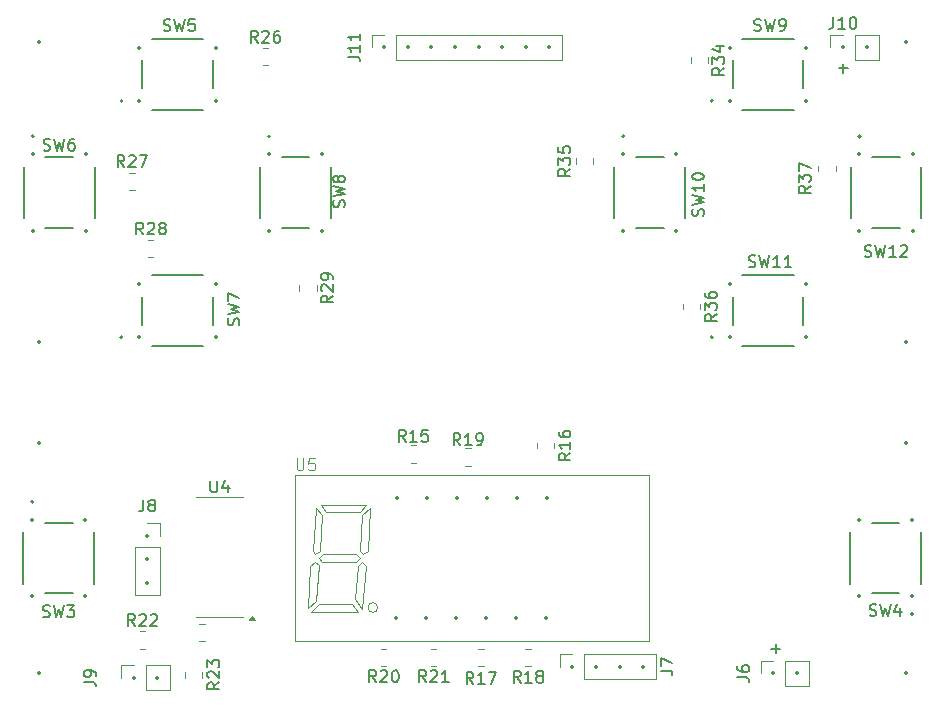
<source format=gto>
%TF.GenerationSoftware,KiCad,Pcbnew,8.0.4*%
%TF.CreationDate,2024-08-07T19:34:08-04:00*%
%TF.ProjectId,button_board,62757474-6f6e-45f6-926f-6172642e6b69,rev?*%
%TF.SameCoordinates,Original*%
%TF.FileFunction,Legend,Top*%
%TF.FilePolarity,Positive*%
%FSLAX46Y46*%
G04 Gerber Fmt 4.6, Leading zero omitted, Abs format (unit mm)*
G04 Created by KiCad (PCBNEW 8.0.4) date 2024-08-07 19:34:08*
%MOMM*%
%LPD*%
G01*
G04 APERTURE LIST*
%ADD10C,0.150000*%
%ADD11C,0.100000*%
%ADD12C,0.120000*%
%ADD13C,0.127000*%
%ADD14C,0.200000*%
%ADD15C,0.350000*%
G04 APERTURE END LIST*
D10*
X163042779Y-130197866D02*
X163804684Y-130197866D01*
X163423731Y-130578819D02*
X163423731Y-129816914D01*
X168742779Y-81047866D02*
X169504684Y-81047866D01*
X169123731Y-81428819D02*
X169123731Y-80666914D01*
X146010819Y-89551857D02*
X145534628Y-89885190D01*
X146010819Y-90123285D02*
X145010819Y-90123285D01*
X145010819Y-90123285D02*
X145010819Y-89742333D01*
X145010819Y-89742333D02*
X145058438Y-89647095D01*
X145058438Y-89647095D02*
X145106057Y-89599476D01*
X145106057Y-89599476D02*
X145201295Y-89551857D01*
X145201295Y-89551857D02*
X145344152Y-89551857D01*
X145344152Y-89551857D02*
X145439390Y-89599476D01*
X145439390Y-89599476D02*
X145487009Y-89647095D01*
X145487009Y-89647095D02*
X145534628Y-89742333D01*
X145534628Y-89742333D02*
X145534628Y-90123285D01*
X145010819Y-89218523D02*
X145010819Y-88599476D01*
X145010819Y-88599476D02*
X145391771Y-88932809D01*
X145391771Y-88932809D02*
X145391771Y-88789952D01*
X145391771Y-88789952D02*
X145439390Y-88694714D01*
X145439390Y-88694714D02*
X145487009Y-88647095D01*
X145487009Y-88647095D02*
X145582247Y-88599476D01*
X145582247Y-88599476D02*
X145820342Y-88599476D01*
X145820342Y-88599476D02*
X145915580Y-88647095D01*
X145915580Y-88647095D02*
X145963200Y-88694714D01*
X145963200Y-88694714D02*
X146010819Y-88789952D01*
X146010819Y-88789952D02*
X146010819Y-89075666D01*
X146010819Y-89075666D02*
X145963200Y-89170904D01*
X145963200Y-89170904D02*
X145915580Y-89218523D01*
X145010819Y-87694714D02*
X145010819Y-88170904D01*
X145010819Y-88170904D02*
X145487009Y-88218523D01*
X145487009Y-88218523D02*
X145439390Y-88170904D01*
X145439390Y-88170904D02*
X145391771Y-88075666D01*
X145391771Y-88075666D02*
X145391771Y-87837571D01*
X145391771Y-87837571D02*
X145439390Y-87742333D01*
X145439390Y-87742333D02*
X145487009Y-87694714D01*
X145487009Y-87694714D02*
X145582247Y-87647095D01*
X145582247Y-87647095D02*
X145820342Y-87647095D01*
X145820342Y-87647095D02*
X145915580Y-87694714D01*
X145915580Y-87694714D02*
X145963200Y-87742333D01*
X145963200Y-87742333D02*
X146010819Y-87837571D01*
X146010819Y-87837571D02*
X146010819Y-88075666D01*
X146010819Y-88075666D02*
X145963200Y-88170904D01*
X145963200Y-88170904D02*
X145915580Y-88218523D01*
X137813142Y-133163819D02*
X137479809Y-132687628D01*
X137241714Y-133163819D02*
X137241714Y-132163819D01*
X137241714Y-132163819D02*
X137622666Y-132163819D01*
X137622666Y-132163819D02*
X137717904Y-132211438D01*
X137717904Y-132211438D02*
X137765523Y-132259057D01*
X137765523Y-132259057D02*
X137813142Y-132354295D01*
X137813142Y-132354295D02*
X137813142Y-132497152D01*
X137813142Y-132497152D02*
X137765523Y-132592390D01*
X137765523Y-132592390D02*
X137717904Y-132640009D01*
X137717904Y-132640009D02*
X137622666Y-132687628D01*
X137622666Y-132687628D02*
X137241714Y-132687628D01*
X138765523Y-133163819D02*
X138194095Y-133163819D01*
X138479809Y-133163819D02*
X138479809Y-132163819D01*
X138479809Y-132163819D02*
X138384571Y-132306676D01*
X138384571Y-132306676D02*
X138289333Y-132401914D01*
X138289333Y-132401914D02*
X138194095Y-132449533D01*
X139098857Y-132163819D02*
X139765523Y-132163819D01*
X139765523Y-132163819D02*
X139336952Y-133163819D01*
X109157142Y-128263819D02*
X108823809Y-127787628D01*
X108585714Y-128263819D02*
X108585714Y-127263819D01*
X108585714Y-127263819D02*
X108966666Y-127263819D01*
X108966666Y-127263819D02*
X109061904Y-127311438D01*
X109061904Y-127311438D02*
X109109523Y-127359057D01*
X109109523Y-127359057D02*
X109157142Y-127454295D01*
X109157142Y-127454295D02*
X109157142Y-127597152D01*
X109157142Y-127597152D02*
X109109523Y-127692390D01*
X109109523Y-127692390D02*
X109061904Y-127740009D01*
X109061904Y-127740009D02*
X108966666Y-127787628D01*
X108966666Y-127787628D02*
X108585714Y-127787628D01*
X109538095Y-127359057D02*
X109585714Y-127311438D01*
X109585714Y-127311438D02*
X109680952Y-127263819D01*
X109680952Y-127263819D02*
X109919047Y-127263819D01*
X109919047Y-127263819D02*
X110014285Y-127311438D01*
X110014285Y-127311438D02*
X110061904Y-127359057D01*
X110061904Y-127359057D02*
X110109523Y-127454295D01*
X110109523Y-127454295D02*
X110109523Y-127549533D01*
X110109523Y-127549533D02*
X110061904Y-127692390D01*
X110061904Y-127692390D02*
X109490476Y-128263819D01*
X109490476Y-128263819D02*
X110109523Y-128263819D01*
X110490476Y-127359057D02*
X110538095Y-127311438D01*
X110538095Y-127311438D02*
X110633333Y-127263819D01*
X110633333Y-127263819D02*
X110871428Y-127263819D01*
X110871428Y-127263819D02*
X110966666Y-127311438D01*
X110966666Y-127311438D02*
X111014285Y-127359057D01*
X111014285Y-127359057D02*
X111061904Y-127454295D01*
X111061904Y-127454295D02*
X111061904Y-127549533D01*
X111061904Y-127549533D02*
X111014285Y-127692390D01*
X111014285Y-127692390D02*
X110442857Y-128263819D01*
X110442857Y-128263819D02*
X111061904Y-128263819D01*
X119563142Y-78863819D02*
X119229809Y-78387628D01*
X118991714Y-78863819D02*
X118991714Y-77863819D01*
X118991714Y-77863819D02*
X119372666Y-77863819D01*
X119372666Y-77863819D02*
X119467904Y-77911438D01*
X119467904Y-77911438D02*
X119515523Y-77959057D01*
X119515523Y-77959057D02*
X119563142Y-78054295D01*
X119563142Y-78054295D02*
X119563142Y-78197152D01*
X119563142Y-78197152D02*
X119515523Y-78292390D01*
X119515523Y-78292390D02*
X119467904Y-78340009D01*
X119467904Y-78340009D02*
X119372666Y-78387628D01*
X119372666Y-78387628D02*
X118991714Y-78387628D01*
X119944095Y-77959057D02*
X119991714Y-77911438D01*
X119991714Y-77911438D02*
X120086952Y-77863819D01*
X120086952Y-77863819D02*
X120325047Y-77863819D01*
X120325047Y-77863819D02*
X120420285Y-77911438D01*
X120420285Y-77911438D02*
X120467904Y-77959057D01*
X120467904Y-77959057D02*
X120515523Y-78054295D01*
X120515523Y-78054295D02*
X120515523Y-78149533D01*
X120515523Y-78149533D02*
X120467904Y-78292390D01*
X120467904Y-78292390D02*
X119896476Y-78863819D01*
X119896476Y-78863819D02*
X120515523Y-78863819D01*
X121372666Y-77863819D02*
X121182190Y-77863819D01*
X121182190Y-77863819D02*
X121086952Y-77911438D01*
X121086952Y-77911438D02*
X121039333Y-77959057D01*
X121039333Y-77959057D02*
X120944095Y-78101914D01*
X120944095Y-78101914D02*
X120896476Y-78292390D01*
X120896476Y-78292390D02*
X120896476Y-78673342D01*
X120896476Y-78673342D02*
X120944095Y-78768580D01*
X120944095Y-78768580D02*
X120991714Y-78816200D01*
X120991714Y-78816200D02*
X121086952Y-78863819D01*
X121086952Y-78863819D02*
X121277428Y-78863819D01*
X121277428Y-78863819D02*
X121372666Y-78816200D01*
X121372666Y-78816200D02*
X121420285Y-78768580D01*
X121420285Y-78768580D02*
X121467904Y-78673342D01*
X121467904Y-78673342D02*
X121467904Y-78435247D01*
X121467904Y-78435247D02*
X121420285Y-78340009D01*
X121420285Y-78340009D02*
X121372666Y-78292390D01*
X121372666Y-78292390D02*
X121277428Y-78244771D01*
X121277428Y-78244771D02*
X121086952Y-78244771D01*
X121086952Y-78244771D02*
X120991714Y-78292390D01*
X120991714Y-78292390D02*
X120944095Y-78340009D01*
X120944095Y-78340009D02*
X120896476Y-78435247D01*
X161597667Y-77838700D02*
X161740524Y-77886319D01*
X161740524Y-77886319D02*
X161978619Y-77886319D01*
X161978619Y-77886319D02*
X162073857Y-77838700D01*
X162073857Y-77838700D02*
X162121476Y-77791080D01*
X162121476Y-77791080D02*
X162169095Y-77695842D01*
X162169095Y-77695842D02*
X162169095Y-77600604D01*
X162169095Y-77600604D02*
X162121476Y-77505366D01*
X162121476Y-77505366D02*
X162073857Y-77457747D01*
X162073857Y-77457747D02*
X161978619Y-77410128D01*
X161978619Y-77410128D02*
X161788143Y-77362509D01*
X161788143Y-77362509D02*
X161692905Y-77314890D01*
X161692905Y-77314890D02*
X161645286Y-77267271D01*
X161645286Y-77267271D02*
X161597667Y-77172033D01*
X161597667Y-77172033D02*
X161597667Y-77076795D01*
X161597667Y-77076795D02*
X161645286Y-76981557D01*
X161645286Y-76981557D02*
X161692905Y-76933938D01*
X161692905Y-76933938D02*
X161788143Y-76886319D01*
X161788143Y-76886319D02*
X162026238Y-76886319D01*
X162026238Y-76886319D02*
X162169095Y-76933938D01*
X162502429Y-76886319D02*
X162740524Y-77886319D01*
X162740524Y-77886319D02*
X162931000Y-77172033D01*
X162931000Y-77172033D02*
X163121476Y-77886319D01*
X163121476Y-77886319D02*
X163359572Y-76886319D01*
X163788143Y-77886319D02*
X163978619Y-77886319D01*
X163978619Y-77886319D02*
X164073857Y-77838700D01*
X164073857Y-77838700D02*
X164121476Y-77791080D01*
X164121476Y-77791080D02*
X164216714Y-77648223D01*
X164216714Y-77648223D02*
X164264333Y-77457747D01*
X164264333Y-77457747D02*
X164264333Y-77076795D01*
X164264333Y-77076795D02*
X164216714Y-76981557D01*
X164216714Y-76981557D02*
X164169095Y-76933938D01*
X164169095Y-76933938D02*
X164073857Y-76886319D01*
X164073857Y-76886319D02*
X163883381Y-76886319D01*
X163883381Y-76886319D02*
X163788143Y-76933938D01*
X163788143Y-76933938D02*
X163740524Y-76981557D01*
X163740524Y-76981557D02*
X163692905Y-77076795D01*
X163692905Y-77076795D02*
X163692905Y-77314890D01*
X163692905Y-77314890D02*
X163740524Y-77410128D01*
X163740524Y-77410128D02*
X163788143Y-77457747D01*
X163788143Y-77457747D02*
X163883381Y-77505366D01*
X163883381Y-77505366D02*
X164073857Y-77505366D01*
X164073857Y-77505366D02*
X164169095Y-77457747D01*
X164169095Y-77457747D02*
X164216714Y-77410128D01*
X164216714Y-77410128D02*
X164264333Y-77314890D01*
X157290700Y-93543523D02*
X157338319Y-93400666D01*
X157338319Y-93400666D02*
X157338319Y-93162571D01*
X157338319Y-93162571D02*
X157290700Y-93067333D01*
X157290700Y-93067333D02*
X157243080Y-93019714D01*
X157243080Y-93019714D02*
X157147842Y-92972095D01*
X157147842Y-92972095D02*
X157052604Y-92972095D01*
X157052604Y-92972095D02*
X156957366Y-93019714D01*
X156957366Y-93019714D02*
X156909747Y-93067333D01*
X156909747Y-93067333D02*
X156862128Y-93162571D01*
X156862128Y-93162571D02*
X156814509Y-93353047D01*
X156814509Y-93353047D02*
X156766890Y-93448285D01*
X156766890Y-93448285D02*
X156719271Y-93495904D01*
X156719271Y-93495904D02*
X156624033Y-93543523D01*
X156624033Y-93543523D02*
X156528795Y-93543523D01*
X156528795Y-93543523D02*
X156433557Y-93495904D01*
X156433557Y-93495904D02*
X156385938Y-93448285D01*
X156385938Y-93448285D02*
X156338319Y-93353047D01*
X156338319Y-93353047D02*
X156338319Y-93114952D01*
X156338319Y-93114952D02*
X156385938Y-92972095D01*
X156338319Y-92638761D02*
X157338319Y-92400666D01*
X157338319Y-92400666D02*
X156624033Y-92210190D01*
X156624033Y-92210190D02*
X157338319Y-92019714D01*
X157338319Y-92019714D02*
X156338319Y-91781619D01*
X157338319Y-90876857D02*
X157338319Y-91448285D01*
X157338319Y-91162571D02*
X156338319Y-91162571D01*
X156338319Y-91162571D02*
X156481176Y-91257809D01*
X156481176Y-91257809D02*
X156576414Y-91353047D01*
X156576414Y-91353047D02*
X156624033Y-91448285D01*
X156338319Y-90257809D02*
X156338319Y-90162571D01*
X156338319Y-90162571D02*
X156385938Y-90067333D01*
X156385938Y-90067333D02*
X156433557Y-90019714D01*
X156433557Y-90019714D02*
X156528795Y-89972095D01*
X156528795Y-89972095D02*
X156719271Y-89924476D01*
X156719271Y-89924476D02*
X156957366Y-89924476D01*
X156957366Y-89924476D02*
X157147842Y-89972095D01*
X157147842Y-89972095D02*
X157243080Y-90019714D01*
X157243080Y-90019714D02*
X157290700Y-90067333D01*
X157290700Y-90067333D02*
X157338319Y-90162571D01*
X157338319Y-90162571D02*
X157338319Y-90257809D01*
X157338319Y-90257809D02*
X157290700Y-90353047D01*
X157290700Y-90353047D02*
X157243080Y-90400666D01*
X157243080Y-90400666D02*
X157147842Y-90448285D01*
X157147842Y-90448285D02*
X156957366Y-90495904D01*
X156957366Y-90495904D02*
X156719271Y-90495904D01*
X156719271Y-90495904D02*
X156528795Y-90448285D01*
X156528795Y-90448285D02*
X156433557Y-90400666D01*
X156433557Y-90400666D02*
X156385938Y-90353047D01*
X156385938Y-90353047D02*
X156338319Y-90257809D01*
X158410819Y-101851857D02*
X157934628Y-102185190D01*
X158410819Y-102423285D02*
X157410819Y-102423285D01*
X157410819Y-102423285D02*
X157410819Y-102042333D01*
X157410819Y-102042333D02*
X157458438Y-101947095D01*
X157458438Y-101947095D02*
X157506057Y-101899476D01*
X157506057Y-101899476D02*
X157601295Y-101851857D01*
X157601295Y-101851857D02*
X157744152Y-101851857D01*
X157744152Y-101851857D02*
X157839390Y-101899476D01*
X157839390Y-101899476D02*
X157887009Y-101947095D01*
X157887009Y-101947095D02*
X157934628Y-102042333D01*
X157934628Y-102042333D02*
X157934628Y-102423285D01*
X157410819Y-101518523D02*
X157410819Y-100899476D01*
X157410819Y-100899476D02*
X157791771Y-101232809D01*
X157791771Y-101232809D02*
X157791771Y-101089952D01*
X157791771Y-101089952D02*
X157839390Y-100994714D01*
X157839390Y-100994714D02*
X157887009Y-100947095D01*
X157887009Y-100947095D02*
X157982247Y-100899476D01*
X157982247Y-100899476D02*
X158220342Y-100899476D01*
X158220342Y-100899476D02*
X158315580Y-100947095D01*
X158315580Y-100947095D02*
X158363200Y-100994714D01*
X158363200Y-100994714D02*
X158410819Y-101089952D01*
X158410819Y-101089952D02*
X158410819Y-101375666D01*
X158410819Y-101375666D02*
X158363200Y-101470904D01*
X158363200Y-101470904D02*
X158315580Y-101518523D01*
X157410819Y-100042333D02*
X157410819Y-100232809D01*
X157410819Y-100232809D02*
X157458438Y-100328047D01*
X157458438Y-100328047D02*
X157506057Y-100375666D01*
X157506057Y-100375666D02*
X157648914Y-100470904D01*
X157648914Y-100470904D02*
X157839390Y-100518523D01*
X157839390Y-100518523D02*
X158220342Y-100518523D01*
X158220342Y-100518523D02*
X158315580Y-100470904D01*
X158315580Y-100470904D02*
X158363200Y-100423285D01*
X158363200Y-100423285D02*
X158410819Y-100328047D01*
X158410819Y-100328047D02*
X158410819Y-100137571D01*
X158410819Y-100137571D02*
X158363200Y-100042333D01*
X158363200Y-100042333D02*
X158315580Y-99994714D01*
X158315580Y-99994714D02*
X158220342Y-99947095D01*
X158220342Y-99947095D02*
X157982247Y-99947095D01*
X157982247Y-99947095D02*
X157887009Y-99994714D01*
X157887009Y-99994714D02*
X157839390Y-100042333D01*
X157839390Y-100042333D02*
X157791771Y-100137571D01*
X157791771Y-100137571D02*
X157791771Y-100328047D01*
X157791771Y-100328047D02*
X157839390Y-100423285D01*
X157839390Y-100423285D02*
X157887009Y-100470904D01*
X157887009Y-100470904D02*
X157982247Y-100518523D01*
X111597667Y-77838700D02*
X111740524Y-77886319D01*
X111740524Y-77886319D02*
X111978619Y-77886319D01*
X111978619Y-77886319D02*
X112073857Y-77838700D01*
X112073857Y-77838700D02*
X112121476Y-77791080D01*
X112121476Y-77791080D02*
X112169095Y-77695842D01*
X112169095Y-77695842D02*
X112169095Y-77600604D01*
X112169095Y-77600604D02*
X112121476Y-77505366D01*
X112121476Y-77505366D02*
X112073857Y-77457747D01*
X112073857Y-77457747D02*
X111978619Y-77410128D01*
X111978619Y-77410128D02*
X111788143Y-77362509D01*
X111788143Y-77362509D02*
X111692905Y-77314890D01*
X111692905Y-77314890D02*
X111645286Y-77267271D01*
X111645286Y-77267271D02*
X111597667Y-77172033D01*
X111597667Y-77172033D02*
X111597667Y-77076795D01*
X111597667Y-77076795D02*
X111645286Y-76981557D01*
X111645286Y-76981557D02*
X111692905Y-76933938D01*
X111692905Y-76933938D02*
X111788143Y-76886319D01*
X111788143Y-76886319D02*
X112026238Y-76886319D01*
X112026238Y-76886319D02*
X112169095Y-76933938D01*
X112502429Y-76886319D02*
X112740524Y-77886319D01*
X112740524Y-77886319D02*
X112931000Y-77172033D01*
X112931000Y-77172033D02*
X113121476Y-77886319D01*
X113121476Y-77886319D02*
X113359572Y-76886319D01*
X114216714Y-76886319D02*
X113740524Y-76886319D01*
X113740524Y-76886319D02*
X113692905Y-77362509D01*
X113692905Y-77362509D02*
X113740524Y-77314890D01*
X113740524Y-77314890D02*
X113835762Y-77267271D01*
X113835762Y-77267271D02*
X114073857Y-77267271D01*
X114073857Y-77267271D02*
X114169095Y-77314890D01*
X114169095Y-77314890D02*
X114216714Y-77362509D01*
X114216714Y-77362509D02*
X114264333Y-77457747D01*
X114264333Y-77457747D02*
X114264333Y-77695842D01*
X114264333Y-77695842D02*
X114216714Y-77791080D01*
X114216714Y-77791080D02*
X114169095Y-77838700D01*
X114169095Y-77838700D02*
X114073857Y-77886319D01*
X114073857Y-77886319D02*
X113835762Y-77886319D01*
X113835762Y-77886319D02*
X113740524Y-77838700D01*
X113740524Y-77838700D02*
X113692905Y-77791080D01*
X170946476Y-96966200D02*
X171089333Y-97013819D01*
X171089333Y-97013819D02*
X171327428Y-97013819D01*
X171327428Y-97013819D02*
X171422666Y-96966200D01*
X171422666Y-96966200D02*
X171470285Y-96918580D01*
X171470285Y-96918580D02*
X171517904Y-96823342D01*
X171517904Y-96823342D02*
X171517904Y-96728104D01*
X171517904Y-96728104D02*
X171470285Y-96632866D01*
X171470285Y-96632866D02*
X171422666Y-96585247D01*
X171422666Y-96585247D02*
X171327428Y-96537628D01*
X171327428Y-96537628D02*
X171136952Y-96490009D01*
X171136952Y-96490009D02*
X171041714Y-96442390D01*
X171041714Y-96442390D02*
X170994095Y-96394771D01*
X170994095Y-96394771D02*
X170946476Y-96299533D01*
X170946476Y-96299533D02*
X170946476Y-96204295D01*
X170946476Y-96204295D02*
X170994095Y-96109057D01*
X170994095Y-96109057D02*
X171041714Y-96061438D01*
X171041714Y-96061438D02*
X171136952Y-96013819D01*
X171136952Y-96013819D02*
X171375047Y-96013819D01*
X171375047Y-96013819D02*
X171517904Y-96061438D01*
X171851238Y-96013819D02*
X172089333Y-97013819D01*
X172089333Y-97013819D02*
X172279809Y-96299533D01*
X172279809Y-96299533D02*
X172470285Y-97013819D01*
X172470285Y-97013819D02*
X172708381Y-96013819D01*
X173613142Y-97013819D02*
X173041714Y-97013819D01*
X173327428Y-97013819D02*
X173327428Y-96013819D01*
X173327428Y-96013819D02*
X173232190Y-96156676D01*
X173232190Y-96156676D02*
X173136952Y-96251914D01*
X173136952Y-96251914D02*
X173041714Y-96299533D01*
X173994095Y-96109057D02*
X174041714Y-96061438D01*
X174041714Y-96061438D02*
X174136952Y-96013819D01*
X174136952Y-96013819D02*
X174375047Y-96013819D01*
X174375047Y-96013819D02*
X174470285Y-96061438D01*
X174470285Y-96061438D02*
X174517904Y-96109057D01*
X174517904Y-96109057D02*
X174565523Y-96204295D01*
X174565523Y-96204295D02*
X174565523Y-96299533D01*
X174565523Y-96299533D02*
X174517904Y-96442390D01*
X174517904Y-96442390D02*
X173946476Y-97013819D01*
X173946476Y-97013819D02*
X174565523Y-97013819D01*
X115559095Y-115954819D02*
X115559095Y-116764342D01*
X115559095Y-116764342D02*
X115606714Y-116859580D01*
X115606714Y-116859580D02*
X115654333Y-116907200D01*
X115654333Y-116907200D02*
X115749571Y-116954819D01*
X115749571Y-116954819D02*
X115940047Y-116954819D01*
X115940047Y-116954819D02*
X116035285Y-116907200D01*
X116035285Y-116907200D02*
X116082904Y-116859580D01*
X116082904Y-116859580D02*
X116130523Y-116764342D01*
X116130523Y-116764342D02*
X116130523Y-115954819D01*
X117035285Y-116288152D02*
X117035285Y-116954819D01*
X116797190Y-115907200D02*
X116559095Y-116621485D01*
X116559095Y-116621485D02*
X117178142Y-116621485D01*
D11*
X122844095Y-114066419D02*
X122844095Y-114875942D01*
X122844095Y-114875942D02*
X122891714Y-114971180D01*
X122891714Y-114971180D02*
X122939333Y-115018800D01*
X122939333Y-115018800D02*
X123034571Y-115066419D01*
X123034571Y-115066419D02*
X123225047Y-115066419D01*
X123225047Y-115066419D02*
X123320285Y-115018800D01*
X123320285Y-115018800D02*
X123367904Y-114971180D01*
X123367904Y-114971180D02*
X123415523Y-114875942D01*
X123415523Y-114875942D02*
X123415523Y-114066419D01*
X124367904Y-114066419D02*
X123891714Y-114066419D01*
X123891714Y-114066419D02*
X123844095Y-114542609D01*
X123844095Y-114542609D02*
X123891714Y-114494990D01*
X123891714Y-114494990D02*
X123986952Y-114447371D01*
X123986952Y-114447371D02*
X124225047Y-114447371D01*
X124225047Y-114447371D02*
X124320285Y-114494990D01*
X124320285Y-114494990D02*
X124367904Y-114542609D01*
X124367904Y-114542609D02*
X124415523Y-114637847D01*
X124415523Y-114637847D02*
X124415523Y-114875942D01*
X124415523Y-114875942D02*
X124367904Y-114971180D01*
X124367904Y-114971180D02*
X124320285Y-115018800D01*
X124320285Y-115018800D02*
X124225047Y-115066419D01*
X124225047Y-115066419D02*
X123986952Y-115066419D01*
X123986952Y-115066419D02*
X123891714Y-115018800D01*
X123891714Y-115018800D02*
X123844095Y-114971180D01*
D10*
X129578142Y-133013819D02*
X129244809Y-132537628D01*
X129006714Y-133013819D02*
X129006714Y-132013819D01*
X129006714Y-132013819D02*
X129387666Y-132013819D01*
X129387666Y-132013819D02*
X129482904Y-132061438D01*
X129482904Y-132061438D02*
X129530523Y-132109057D01*
X129530523Y-132109057D02*
X129578142Y-132204295D01*
X129578142Y-132204295D02*
X129578142Y-132347152D01*
X129578142Y-132347152D02*
X129530523Y-132442390D01*
X129530523Y-132442390D02*
X129482904Y-132490009D01*
X129482904Y-132490009D02*
X129387666Y-132537628D01*
X129387666Y-132537628D02*
X129006714Y-132537628D01*
X129959095Y-132109057D02*
X130006714Y-132061438D01*
X130006714Y-132061438D02*
X130101952Y-132013819D01*
X130101952Y-132013819D02*
X130340047Y-132013819D01*
X130340047Y-132013819D02*
X130435285Y-132061438D01*
X130435285Y-132061438D02*
X130482904Y-132109057D01*
X130482904Y-132109057D02*
X130530523Y-132204295D01*
X130530523Y-132204295D02*
X130530523Y-132299533D01*
X130530523Y-132299533D02*
X130482904Y-132442390D01*
X130482904Y-132442390D02*
X129911476Y-133013819D01*
X129911476Y-133013819D02*
X130530523Y-133013819D01*
X131149571Y-132013819D02*
X131244809Y-132013819D01*
X131244809Y-132013819D02*
X131340047Y-132061438D01*
X131340047Y-132061438D02*
X131387666Y-132109057D01*
X131387666Y-132109057D02*
X131435285Y-132204295D01*
X131435285Y-132204295D02*
X131482904Y-132394771D01*
X131482904Y-132394771D02*
X131482904Y-132632866D01*
X131482904Y-132632866D02*
X131435285Y-132823342D01*
X131435285Y-132823342D02*
X131387666Y-132918580D01*
X131387666Y-132918580D02*
X131340047Y-132966200D01*
X131340047Y-132966200D02*
X131244809Y-133013819D01*
X131244809Y-133013819D02*
X131149571Y-133013819D01*
X131149571Y-133013819D02*
X131054333Y-132966200D01*
X131054333Y-132966200D02*
X131006714Y-132918580D01*
X131006714Y-132918580D02*
X130959095Y-132823342D01*
X130959095Y-132823342D02*
X130911476Y-132632866D01*
X130911476Y-132632866D02*
X130911476Y-132394771D01*
X130911476Y-132394771D02*
X130959095Y-132204295D01*
X130959095Y-132204295D02*
X131006714Y-132109057D01*
X131006714Y-132109057D02*
X131054333Y-132061438D01*
X131054333Y-132061438D02*
X131149571Y-132013819D01*
X101372667Y-127466200D02*
X101515524Y-127513819D01*
X101515524Y-127513819D02*
X101753619Y-127513819D01*
X101753619Y-127513819D02*
X101848857Y-127466200D01*
X101848857Y-127466200D02*
X101896476Y-127418580D01*
X101896476Y-127418580D02*
X101944095Y-127323342D01*
X101944095Y-127323342D02*
X101944095Y-127228104D01*
X101944095Y-127228104D02*
X101896476Y-127132866D01*
X101896476Y-127132866D02*
X101848857Y-127085247D01*
X101848857Y-127085247D02*
X101753619Y-127037628D01*
X101753619Y-127037628D02*
X101563143Y-126990009D01*
X101563143Y-126990009D02*
X101467905Y-126942390D01*
X101467905Y-126942390D02*
X101420286Y-126894771D01*
X101420286Y-126894771D02*
X101372667Y-126799533D01*
X101372667Y-126799533D02*
X101372667Y-126704295D01*
X101372667Y-126704295D02*
X101420286Y-126609057D01*
X101420286Y-126609057D02*
X101467905Y-126561438D01*
X101467905Y-126561438D02*
X101563143Y-126513819D01*
X101563143Y-126513819D02*
X101801238Y-126513819D01*
X101801238Y-126513819D02*
X101944095Y-126561438D01*
X102277429Y-126513819D02*
X102515524Y-127513819D01*
X102515524Y-127513819D02*
X102706000Y-126799533D01*
X102706000Y-126799533D02*
X102896476Y-127513819D01*
X102896476Y-127513819D02*
X103134572Y-126513819D01*
X103420286Y-126513819D02*
X104039333Y-126513819D01*
X104039333Y-126513819D02*
X103706000Y-126894771D01*
X103706000Y-126894771D02*
X103848857Y-126894771D01*
X103848857Y-126894771D02*
X103944095Y-126942390D01*
X103944095Y-126942390D02*
X103991714Y-126990009D01*
X103991714Y-126990009D02*
X104039333Y-127085247D01*
X104039333Y-127085247D02*
X104039333Y-127323342D01*
X104039333Y-127323342D02*
X103991714Y-127418580D01*
X103991714Y-127418580D02*
X103944095Y-127466200D01*
X103944095Y-127466200D02*
X103848857Y-127513819D01*
X103848857Y-127513819D02*
X103563143Y-127513819D01*
X103563143Y-127513819D02*
X103467905Y-127466200D01*
X103467905Y-127466200D02*
X103420286Y-127418580D01*
X171372667Y-127366200D02*
X171515524Y-127413819D01*
X171515524Y-127413819D02*
X171753619Y-127413819D01*
X171753619Y-127413819D02*
X171848857Y-127366200D01*
X171848857Y-127366200D02*
X171896476Y-127318580D01*
X171896476Y-127318580D02*
X171944095Y-127223342D01*
X171944095Y-127223342D02*
X171944095Y-127128104D01*
X171944095Y-127128104D02*
X171896476Y-127032866D01*
X171896476Y-127032866D02*
X171848857Y-126985247D01*
X171848857Y-126985247D02*
X171753619Y-126937628D01*
X171753619Y-126937628D02*
X171563143Y-126890009D01*
X171563143Y-126890009D02*
X171467905Y-126842390D01*
X171467905Y-126842390D02*
X171420286Y-126794771D01*
X171420286Y-126794771D02*
X171372667Y-126699533D01*
X171372667Y-126699533D02*
X171372667Y-126604295D01*
X171372667Y-126604295D02*
X171420286Y-126509057D01*
X171420286Y-126509057D02*
X171467905Y-126461438D01*
X171467905Y-126461438D02*
X171563143Y-126413819D01*
X171563143Y-126413819D02*
X171801238Y-126413819D01*
X171801238Y-126413819D02*
X171944095Y-126461438D01*
X172277429Y-126413819D02*
X172515524Y-127413819D01*
X172515524Y-127413819D02*
X172706000Y-126699533D01*
X172706000Y-126699533D02*
X172896476Y-127413819D01*
X172896476Y-127413819D02*
X173134572Y-126413819D01*
X173944095Y-126747152D02*
X173944095Y-127413819D01*
X173706000Y-126366200D02*
X173467905Y-127080485D01*
X173467905Y-127080485D02*
X174086952Y-127080485D01*
X166360819Y-91001857D02*
X165884628Y-91335190D01*
X166360819Y-91573285D02*
X165360819Y-91573285D01*
X165360819Y-91573285D02*
X165360819Y-91192333D01*
X165360819Y-91192333D02*
X165408438Y-91097095D01*
X165408438Y-91097095D02*
X165456057Y-91049476D01*
X165456057Y-91049476D02*
X165551295Y-91001857D01*
X165551295Y-91001857D02*
X165694152Y-91001857D01*
X165694152Y-91001857D02*
X165789390Y-91049476D01*
X165789390Y-91049476D02*
X165837009Y-91097095D01*
X165837009Y-91097095D02*
X165884628Y-91192333D01*
X165884628Y-91192333D02*
X165884628Y-91573285D01*
X165360819Y-90668523D02*
X165360819Y-90049476D01*
X165360819Y-90049476D02*
X165741771Y-90382809D01*
X165741771Y-90382809D02*
X165741771Y-90239952D01*
X165741771Y-90239952D02*
X165789390Y-90144714D01*
X165789390Y-90144714D02*
X165837009Y-90097095D01*
X165837009Y-90097095D02*
X165932247Y-90049476D01*
X165932247Y-90049476D02*
X166170342Y-90049476D01*
X166170342Y-90049476D02*
X166265580Y-90097095D01*
X166265580Y-90097095D02*
X166313200Y-90144714D01*
X166313200Y-90144714D02*
X166360819Y-90239952D01*
X166360819Y-90239952D02*
X166360819Y-90525666D01*
X166360819Y-90525666D02*
X166313200Y-90620904D01*
X166313200Y-90620904D02*
X166265580Y-90668523D01*
X165360819Y-89716142D02*
X165360819Y-89049476D01*
X165360819Y-89049476D02*
X166360819Y-89478047D01*
X108263142Y-89413819D02*
X107929809Y-88937628D01*
X107691714Y-89413819D02*
X107691714Y-88413819D01*
X107691714Y-88413819D02*
X108072666Y-88413819D01*
X108072666Y-88413819D02*
X108167904Y-88461438D01*
X108167904Y-88461438D02*
X108215523Y-88509057D01*
X108215523Y-88509057D02*
X108263142Y-88604295D01*
X108263142Y-88604295D02*
X108263142Y-88747152D01*
X108263142Y-88747152D02*
X108215523Y-88842390D01*
X108215523Y-88842390D02*
X108167904Y-88890009D01*
X108167904Y-88890009D02*
X108072666Y-88937628D01*
X108072666Y-88937628D02*
X107691714Y-88937628D01*
X108644095Y-88509057D02*
X108691714Y-88461438D01*
X108691714Y-88461438D02*
X108786952Y-88413819D01*
X108786952Y-88413819D02*
X109025047Y-88413819D01*
X109025047Y-88413819D02*
X109120285Y-88461438D01*
X109120285Y-88461438D02*
X109167904Y-88509057D01*
X109167904Y-88509057D02*
X109215523Y-88604295D01*
X109215523Y-88604295D02*
X109215523Y-88699533D01*
X109215523Y-88699533D02*
X109167904Y-88842390D01*
X109167904Y-88842390D02*
X108596476Y-89413819D01*
X108596476Y-89413819D02*
X109215523Y-89413819D01*
X109548857Y-88413819D02*
X110215523Y-88413819D01*
X110215523Y-88413819D02*
X109786952Y-89413819D01*
X141813142Y-133063819D02*
X141479809Y-132587628D01*
X141241714Y-133063819D02*
X141241714Y-132063819D01*
X141241714Y-132063819D02*
X141622666Y-132063819D01*
X141622666Y-132063819D02*
X141717904Y-132111438D01*
X141717904Y-132111438D02*
X141765523Y-132159057D01*
X141765523Y-132159057D02*
X141813142Y-132254295D01*
X141813142Y-132254295D02*
X141813142Y-132397152D01*
X141813142Y-132397152D02*
X141765523Y-132492390D01*
X141765523Y-132492390D02*
X141717904Y-132540009D01*
X141717904Y-132540009D02*
X141622666Y-132587628D01*
X141622666Y-132587628D02*
X141241714Y-132587628D01*
X142765523Y-133063819D02*
X142194095Y-133063819D01*
X142479809Y-133063819D02*
X142479809Y-132063819D01*
X142479809Y-132063819D02*
X142384571Y-132206676D01*
X142384571Y-132206676D02*
X142289333Y-132301914D01*
X142289333Y-132301914D02*
X142194095Y-132349533D01*
X143336952Y-132492390D02*
X143241714Y-132444771D01*
X143241714Y-132444771D02*
X143194095Y-132397152D01*
X143194095Y-132397152D02*
X143146476Y-132301914D01*
X143146476Y-132301914D02*
X143146476Y-132254295D01*
X143146476Y-132254295D02*
X143194095Y-132159057D01*
X143194095Y-132159057D02*
X143241714Y-132111438D01*
X143241714Y-132111438D02*
X143336952Y-132063819D01*
X143336952Y-132063819D02*
X143527428Y-132063819D01*
X143527428Y-132063819D02*
X143622666Y-132111438D01*
X143622666Y-132111438D02*
X143670285Y-132159057D01*
X143670285Y-132159057D02*
X143717904Y-132254295D01*
X143717904Y-132254295D02*
X143717904Y-132301914D01*
X143717904Y-132301914D02*
X143670285Y-132397152D01*
X143670285Y-132397152D02*
X143622666Y-132444771D01*
X143622666Y-132444771D02*
X143527428Y-132492390D01*
X143527428Y-132492390D02*
X143336952Y-132492390D01*
X143336952Y-132492390D02*
X143241714Y-132540009D01*
X143241714Y-132540009D02*
X143194095Y-132587628D01*
X143194095Y-132587628D02*
X143146476Y-132682866D01*
X143146476Y-132682866D02*
X143146476Y-132873342D01*
X143146476Y-132873342D02*
X143194095Y-132968580D01*
X143194095Y-132968580D02*
X143241714Y-133016200D01*
X143241714Y-133016200D02*
X143336952Y-133063819D01*
X143336952Y-133063819D02*
X143527428Y-133063819D01*
X143527428Y-133063819D02*
X143622666Y-133016200D01*
X143622666Y-133016200D02*
X143670285Y-132968580D01*
X143670285Y-132968580D02*
X143717904Y-132873342D01*
X143717904Y-132873342D02*
X143717904Y-132682866D01*
X143717904Y-132682866D02*
X143670285Y-132587628D01*
X143670285Y-132587628D02*
X143622666Y-132540009D01*
X143622666Y-132540009D02*
X143527428Y-132492390D01*
X168296476Y-76713819D02*
X168296476Y-77428104D01*
X168296476Y-77428104D02*
X168248857Y-77570961D01*
X168248857Y-77570961D02*
X168153619Y-77666200D01*
X168153619Y-77666200D02*
X168010762Y-77713819D01*
X168010762Y-77713819D02*
X167915524Y-77713819D01*
X169296476Y-77713819D02*
X168725048Y-77713819D01*
X169010762Y-77713819D02*
X169010762Y-76713819D01*
X169010762Y-76713819D02*
X168915524Y-76856676D01*
X168915524Y-76856676D02*
X168820286Y-76951914D01*
X168820286Y-76951914D02*
X168725048Y-76999533D01*
X169915524Y-76713819D02*
X170010762Y-76713819D01*
X170010762Y-76713819D02*
X170106000Y-76761438D01*
X170106000Y-76761438D02*
X170153619Y-76809057D01*
X170153619Y-76809057D02*
X170201238Y-76904295D01*
X170201238Y-76904295D02*
X170248857Y-77094771D01*
X170248857Y-77094771D02*
X170248857Y-77332866D01*
X170248857Y-77332866D02*
X170201238Y-77523342D01*
X170201238Y-77523342D02*
X170153619Y-77618580D01*
X170153619Y-77618580D02*
X170106000Y-77666200D01*
X170106000Y-77666200D02*
X170010762Y-77713819D01*
X170010762Y-77713819D02*
X169915524Y-77713819D01*
X169915524Y-77713819D02*
X169820286Y-77666200D01*
X169820286Y-77666200D02*
X169772667Y-77618580D01*
X169772667Y-77618580D02*
X169725048Y-77523342D01*
X169725048Y-77523342D02*
X169677429Y-77332866D01*
X169677429Y-77332866D02*
X169677429Y-77094771D01*
X169677429Y-77094771D02*
X169725048Y-76904295D01*
X169725048Y-76904295D02*
X169772667Y-76809057D01*
X169772667Y-76809057D02*
X169820286Y-76761438D01*
X169820286Y-76761438D02*
X169915524Y-76713819D01*
X116304819Y-133042857D02*
X115828628Y-133376190D01*
X116304819Y-133614285D02*
X115304819Y-133614285D01*
X115304819Y-133614285D02*
X115304819Y-133233333D01*
X115304819Y-133233333D02*
X115352438Y-133138095D01*
X115352438Y-133138095D02*
X115400057Y-133090476D01*
X115400057Y-133090476D02*
X115495295Y-133042857D01*
X115495295Y-133042857D02*
X115638152Y-133042857D01*
X115638152Y-133042857D02*
X115733390Y-133090476D01*
X115733390Y-133090476D02*
X115781009Y-133138095D01*
X115781009Y-133138095D02*
X115828628Y-133233333D01*
X115828628Y-133233333D02*
X115828628Y-133614285D01*
X115400057Y-132661904D02*
X115352438Y-132614285D01*
X115352438Y-132614285D02*
X115304819Y-132519047D01*
X115304819Y-132519047D02*
X115304819Y-132280952D01*
X115304819Y-132280952D02*
X115352438Y-132185714D01*
X115352438Y-132185714D02*
X115400057Y-132138095D01*
X115400057Y-132138095D02*
X115495295Y-132090476D01*
X115495295Y-132090476D02*
X115590533Y-132090476D01*
X115590533Y-132090476D02*
X115733390Y-132138095D01*
X115733390Y-132138095D02*
X116304819Y-132709523D01*
X116304819Y-132709523D02*
X116304819Y-132090476D01*
X115304819Y-131757142D02*
X115304819Y-131138095D01*
X115304819Y-131138095D02*
X115685771Y-131471428D01*
X115685771Y-131471428D02*
X115685771Y-131328571D01*
X115685771Y-131328571D02*
X115733390Y-131233333D01*
X115733390Y-131233333D02*
X115781009Y-131185714D01*
X115781009Y-131185714D02*
X115876247Y-131138095D01*
X115876247Y-131138095D02*
X116114342Y-131138095D01*
X116114342Y-131138095D02*
X116209580Y-131185714D01*
X116209580Y-131185714D02*
X116257200Y-131233333D01*
X116257200Y-131233333D02*
X116304819Y-131328571D01*
X116304819Y-131328571D02*
X116304819Y-131614285D01*
X116304819Y-131614285D02*
X116257200Y-131709523D01*
X116257200Y-131709523D02*
X116209580Y-131757142D01*
X127210819Y-80068523D02*
X127925104Y-80068523D01*
X127925104Y-80068523D02*
X128067961Y-80116142D01*
X128067961Y-80116142D02*
X128163200Y-80211380D01*
X128163200Y-80211380D02*
X128210819Y-80354237D01*
X128210819Y-80354237D02*
X128210819Y-80449475D01*
X128210819Y-79068523D02*
X128210819Y-79639951D01*
X128210819Y-79354237D02*
X127210819Y-79354237D01*
X127210819Y-79354237D02*
X127353676Y-79449475D01*
X127353676Y-79449475D02*
X127448914Y-79544713D01*
X127448914Y-79544713D02*
X127496533Y-79639951D01*
X128210819Y-78116142D02*
X128210819Y-78687570D01*
X128210819Y-78401856D02*
X127210819Y-78401856D01*
X127210819Y-78401856D02*
X127353676Y-78497094D01*
X127353676Y-78497094D02*
X127448914Y-78592332D01*
X127448914Y-78592332D02*
X127496533Y-78687570D01*
X125910819Y-100301857D02*
X125434628Y-100635190D01*
X125910819Y-100873285D02*
X124910819Y-100873285D01*
X124910819Y-100873285D02*
X124910819Y-100492333D01*
X124910819Y-100492333D02*
X124958438Y-100397095D01*
X124958438Y-100397095D02*
X125006057Y-100349476D01*
X125006057Y-100349476D02*
X125101295Y-100301857D01*
X125101295Y-100301857D02*
X125244152Y-100301857D01*
X125244152Y-100301857D02*
X125339390Y-100349476D01*
X125339390Y-100349476D02*
X125387009Y-100397095D01*
X125387009Y-100397095D02*
X125434628Y-100492333D01*
X125434628Y-100492333D02*
X125434628Y-100873285D01*
X125006057Y-99920904D02*
X124958438Y-99873285D01*
X124958438Y-99873285D02*
X124910819Y-99778047D01*
X124910819Y-99778047D02*
X124910819Y-99539952D01*
X124910819Y-99539952D02*
X124958438Y-99444714D01*
X124958438Y-99444714D02*
X125006057Y-99397095D01*
X125006057Y-99397095D02*
X125101295Y-99349476D01*
X125101295Y-99349476D02*
X125196533Y-99349476D01*
X125196533Y-99349476D02*
X125339390Y-99397095D01*
X125339390Y-99397095D02*
X125910819Y-99968523D01*
X125910819Y-99968523D02*
X125910819Y-99349476D01*
X125910819Y-98873285D02*
X125910819Y-98682809D01*
X125910819Y-98682809D02*
X125863200Y-98587571D01*
X125863200Y-98587571D02*
X125815580Y-98539952D01*
X125815580Y-98539952D02*
X125672723Y-98444714D01*
X125672723Y-98444714D02*
X125482247Y-98397095D01*
X125482247Y-98397095D02*
X125101295Y-98397095D01*
X125101295Y-98397095D02*
X125006057Y-98444714D01*
X125006057Y-98444714D02*
X124958438Y-98492333D01*
X124958438Y-98492333D02*
X124910819Y-98587571D01*
X124910819Y-98587571D02*
X124910819Y-98778047D01*
X124910819Y-98778047D02*
X124958438Y-98873285D01*
X124958438Y-98873285D02*
X125006057Y-98920904D01*
X125006057Y-98920904D02*
X125101295Y-98968523D01*
X125101295Y-98968523D02*
X125339390Y-98968523D01*
X125339390Y-98968523D02*
X125434628Y-98920904D01*
X125434628Y-98920904D02*
X125482247Y-98873285D01*
X125482247Y-98873285D02*
X125529866Y-98778047D01*
X125529866Y-98778047D02*
X125529866Y-98587571D01*
X125529866Y-98587571D02*
X125482247Y-98492333D01*
X125482247Y-98492333D02*
X125434628Y-98444714D01*
X125434628Y-98444714D02*
X125339390Y-98397095D01*
X161121476Y-97838700D02*
X161264333Y-97886319D01*
X161264333Y-97886319D02*
X161502428Y-97886319D01*
X161502428Y-97886319D02*
X161597666Y-97838700D01*
X161597666Y-97838700D02*
X161645285Y-97791080D01*
X161645285Y-97791080D02*
X161692904Y-97695842D01*
X161692904Y-97695842D02*
X161692904Y-97600604D01*
X161692904Y-97600604D02*
X161645285Y-97505366D01*
X161645285Y-97505366D02*
X161597666Y-97457747D01*
X161597666Y-97457747D02*
X161502428Y-97410128D01*
X161502428Y-97410128D02*
X161311952Y-97362509D01*
X161311952Y-97362509D02*
X161216714Y-97314890D01*
X161216714Y-97314890D02*
X161169095Y-97267271D01*
X161169095Y-97267271D02*
X161121476Y-97172033D01*
X161121476Y-97172033D02*
X161121476Y-97076795D01*
X161121476Y-97076795D02*
X161169095Y-96981557D01*
X161169095Y-96981557D02*
X161216714Y-96933938D01*
X161216714Y-96933938D02*
X161311952Y-96886319D01*
X161311952Y-96886319D02*
X161550047Y-96886319D01*
X161550047Y-96886319D02*
X161692904Y-96933938D01*
X162026238Y-96886319D02*
X162264333Y-97886319D01*
X162264333Y-97886319D02*
X162454809Y-97172033D01*
X162454809Y-97172033D02*
X162645285Y-97886319D01*
X162645285Y-97886319D02*
X162883381Y-96886319D01*
X163788142Y-97886319D02*
X163216714Y-97886319D01*
X163502428Y-97886319D02*
X163502428Y-96886319D01*
X163502428Y-96886319D02*
X163407190Y-97029176D01*
X163407190Y-97029176D02*
X163311952Y-97124414D01*
X163311952Y-97124414D02*
X163216714Y-97172033D01*
X164740523Y-97886319D02*
X164169095Y-97886319D01*
X164454809Y-97886319D02*
X164454809Y-96886319D01*
X164454809Y-96886319D02*
X164359571Y-97029176D01*
X164359571Y-97029176D02*
X164264333Y-97124414D01*
X164264333Y-97124414D02*
X164169095Y-97172033D01*
X126888200Y-92804832D02*
X126935819Y-92661975D01*
X126935819Y-92661975D02*
X126935819Y-92423880D01*
X126935819Y-92423880D02*
X126888200Y-92328642D01*
X126888200Y-92328642D02*
X126840580Y-92281023D01*
X126840580Y-92281023D02*
X126745342Y-92233404D01*
X126745342Y-92233404D02*
X126650104Y-92233404D01*
X126650104Y-92233404D02*
X126554866Y-92281023D01*
X126554866Y-92281023D02*
X126507247Y-92328642D01*
X126507247Y-92328642D02*
X126459628Y-92423880D01*
X126459628Y-92423880D02*
X126412009Y-92614356D01*
X126412009Y-92614356D02*
X126364390Y-92709594D01*
X126364390Y-92709594D02*
X126316771Y-92757213D01*
X126316771Y-92757213D02*
X126221533Y-92804832D01*
X126221533Y-92804832D02*
X126126295Y-92804832D01*
X126126295Y-92804832D02*
X126031057Y-92757213D01*
X126031057Y-92757213D02*
X125983438Y-92709594D01*
X125983438Y-92709594D02*
X125935819Y-92614356D01*
X125935819Y-92614356D02*
X125935819Y-92376261D01*
X125935819Y-92376261D02*
X125983438Y-92233404D01*
X125935819Y-91900070D02*
X126935819Y-91661975D01*
X126935819Y-91661975D02*
X126221533Y-91471499D01*
X126221533Y-91471499D02*
X126935819Y-91281023D01*
X126935819Y-91281023D02*
X125935819Y-91042928D01*
X126364390Y-90519118D02*
X126316771Y-90614356D01*
X126316771Y-90614356D02*
X126269152Y-90661975D01*
X126269152Y-90661975D02*
X126173914Y-90709594D01*
X126173914Y-90709594D02*
X126126295Y-90709594D01*
X126126295Y-90709594D02*
X126031057Y-90661975D01*
X126031057Y-90661975D02*
X125983438Y-90614356D01*
X125983438Y-90614356D02*
X125935819Y-90519118D01*
X125935819Y-90519118D02*
X125935819Y-90328642D01*
X125935819Y-90328642D02*
X125983438Y-90233404D01*
X125983438Y-90233404D02*
X126031057Y-90185785D01*
X126031057Y-90185785D02*
X126126295Y-90138166D01*
X126126295Y-90138166D02*
X126173914Y-90138166D01*
X126173914Y-90138166D02*
X126269152Y-90185785D01*
X126269152Y-90185785D02*
X126316771Y-90233404D01*
X126316771Y-90233404D02*
X126364390Y-90328642D01*
X126364390Y-90328642D02*
X126364390Y-90519118D01*
X126364390Y-90519118D02*
X126412009Y-90614356D01*
X126412009Y-90614356D02*
X126459628Y-90661975D01*
X126459628Y-90661975D02*
X126554866Y-90709594D01*
X126554866Y-90709594D02*
X126745342Y-90709594D01*
X126745342Y-90709594D02*
X126840580Y-90661975D01*
X126840580Y-90661975D02*
X126888200Y-90614356D01*
X126888200Y-90614356D02*
X126935819Y-90519118D01*
X126935819Y-90519118D02*
X126935819Y-90328642D01*
X126935819Y-90328642D02*
X126888200Y-90233404D01*
X126888200Y-90233404D02*
X126840580Y-90185785D01*
X126840580Y-90185785D02*
X126745342Y-90138166D01*
X126745342Y-90138166D02*
X126554866Y-90138166D01*
X126554866Y-90138166D02*
X126459628Y-90185785D01*
X126459628Y-90185785D02*
X126412009Y-90233404D01*
X126412009Y-90233404D02*
X126364390Y-90328642D01*
X104825819Y-132992333D02*
X105540104Y-132992333D01*
X105540104Y-132992333D02*
X105682961Y-133039952D01*
X105682961Y-133039952D02*
X105778200Y-133135190D01*
X105778200Y-133135190D02*
X105825819Y-133278047D01*
X105825819Y-133278047D02*
X105825819Y-133373285D01*
X105825819Y-132468523D02*
X105825819Y-132278047D01*
X105825819Y-132278047D02*
X105778200Y-132182809D01*
X105778200Y-132182809D02*
X105730580Y-132135190D01*
X105730580Y-132135190D02*
X105587723Y-132039952D01*
X105587723Y-132039952D02*
X105397247Y-131992333D01*
X105397247Y-131992333D02*
X105016295Y-131992333D01*
X105016295Y-131992333D02*
X104921057Y-132039952D01*
X104921057Y-132039952D02*
X104873438Y-132087571D01*
X104873438Y-132087571D02*
X104825819Y-132182809D01*
X104825819Y-132182809D02*
X104825819Y-132373285D01*
X104825819Y-132373285D02*
X104873438Y-132468523D01*
X104873438Y-132468523D02*
X104921057Y-132516142D01*
X104921057Y-132516142D02*
X105016295Y-132563761D01*
X105016295Y-132563761D02*
X105254390Y-132563761D01*
X105254390Y-132563761D02*
X105349628Y-132516142D01*
X105349628Y-132516142D02*
X105397247Y-132468523D01*
X105397247Y-132468523D02*
X105444866Y-132373285D01*
X105444866Y-132373285D02*
X105444866Y-132182809D01*
X105444866Y-132182809D02*
X105397247Y-132087571D01*
X105397247Y-132087571D02*
X105349628Y-132039952D01*
X105349628Y-132039952D02*
X105254390Y-131992333D01*
X117963200Y-102792332D02*
X118010819Y-102649475D01*
X118010819Y-102649475D02*
X118010819Y-102411380D01*
X118010819Y-102411380D02*
X117963200Y-102316142D01*
X117963200Y-102316142D02*
X117915580Y-102268523D01*
X117915580Y-102268523D02*
X117820342Y-102220904D01*
X117820342Y-102220904D02*
X117725104Y-102220904D01*
X117725104Y-102220904D02*
X117629866Y-102268523D01*
X117629866Y-102268523D02*
X117582247Y-102316142D01*
X117582247Y-102316142D02*
X117534628Y-102411380D01*
X117534628Y-102411380D02*
X117487009Y-102601856D01*
X117487009Y-102601856D02*
X117439390Y-102697094D01*
X117439390Y-102697094D02*
X117391771Y-102744713D01*
X117391771Y-102744713D02*
X117296533Y-102792332D01*
X117296533Y-102792332D02*
X117201295Y-102792332D01*
X117201295Y-102792332D02*
X117106057Y-102744713D01*
X117106057Y-102744713D02*
X117058438Y-102697094D01*
X117058438Y-102697094D02*
X117010819Y-102601856D01*
X117010819Y-102601856D02*
X117010819Y-102363761D01*
X117010819Y-102363761D02*
X117058438Y-102220904D01*
X117010819Y-101887570D02*
X118010819Y-101649475D01*
X118010819Y-101649475D02*
X117296533Y-101458999D01*
X117296533Y-101458999D02*
X118010819Y-101268523D01*
X118010819Y-101268523D02*
X117010819Y-101030428D01*
X117010819Y-100744713D02*
X117010819Y-100078047D01*
X117010819Y-100078047D02*
X118010819Y-100506618D01*
X101422667Y-87966200D02*
X101565524Y-88013819D01*
X101565524Y-88013819D02*
X101803619Y-88013819D01*
X101803619Y-88013819D02*
X101898857Y-87966200D01*
X101898857Y-87966200D02*
X101946476Y-87918580D01*
X101946476Y-87918580D02*
X101994095Y-87823342D01*
X101994095Y-87823342D02*
X101994095Y-87728104D01*
X101994095Y-87728104D02*
X101946476Y-87632866D01*
X101946476Y-87632866D02*
X101898857Y-87585247D01*
X101898857Y-87585247D02*
X101803619Y-87537628D01*
X101803619Y-87537628D02*
X101613143Y-87490009D01*
X101613143Y-87490009D02*
X101517905Y-87442390D01*
X101517905Y-87442390D02*
X101470286Y-87394771D01*
X101470286Y-87394771D02*
X101422667Y-87299533D01*
X101422667Y-87299533D02*
X101422667Y-87204295D01*
X101422667Y-87204295D02*
X101470286Y-87109057D01*
X101470286Y-87109057D02*
X101517905Y-87061438D01*
X101517905Y-87061438D02*
X101613143Y-87013819D01*
X101613143Y-87013819D02*
X101851238Y-87013819D01*
X101851238Y-87013819D02*
X101994095Y-87061438D01*
X102327429Y-87013819D02*
X102565524Y-88013819D01*
X102565524Y-88013819D02*
X102756000Y-87299533D01*
X102756000Y-87299533D02*
X102946476Y-88013819D01*
X102946476Y-88013819D02*
X103184572Y-87013819D01*
X103994095Y-87013819D02*
X103803619Y-87013819D01*
X103803619Y-87013819D02*
X103708381Y-87061438D01*
X103708381Y-87061438D02*
X103660762Y-87109057D01*
X103660762Y-87109057D02*
X103565524Y-87251914D01*
X103565524Y-87251914D02*
X103517905Y-87442390D01*
X103517905Y-87442390D02*
X103517905Y-87823342D01*
X103517905Y-87823342D02*
X103565524Y-87918580D01*
X103565524Y-87918580D02*
X103613143Y-87966200D01*
X103613143Y-87966200D02*
X103708381Y-88013819D01*
X103708381Y-88013819D02*
X103898857Y-88013819D01*
X103898857Y-88013819D02*
X103994095Y-87966200D01*
X103994095Y-87966200D02*
X104041714Y-87918580D01*
X104041714Y-87918580D02*
X104089333Y-87823342D01*
X104089333Y-87823342D02*
X104089333Y-87585247D01*
X104089333Y-87585247D02*
X104041714Y-87490009D01*
X104041714Y-87490009D02*
X103994095Y-87442390D01*
X103994095Y-87442390D02*
X103898857Y-87394771D01*
X103898857Y-87394771D02*
X103708381Y-87394771D01*
X103708381Y-87394771D02*
X103613143Y-87442390D01*
X103613143Y-87442390D02*
X103565524Y-87490009D01*
X103565524Y-87490009D02*
X103517905Y-87585247D01*
X160160819Y-132592333D02*
X160875104Y-132592333D01*
X160875104Y-132592333D02*
X161017961Y-132639952D01*
X161017961Y-132639952D02*
X161113200Y-132735190D01*
X161113200Y-132735190D02*
X161160819Y-132878047D01*
X161160819Y-132878047D02*
X161160819Y-132973285D01*
X160160819Y-131687571D02*
X160160819Y-131878047D01*
X160160819Y-131878047D02*
X160208438Y-131973285D01*
X160208438Y-131973285D02*
X160256057Y-132020904D01*
X160256057Y-132020904D02*
X160398914Y-132116142D01*
X160398914Y-132116142D02*
X160589390Y-132163761D01*
X160589390Y-132163761D02*
X160970342Y-132163761D01*
X160970342Y-132163761D02*
X161065580Y-132116142D01*
X161065580Y-132116142D02*
X161113200Y-132068523D01*
X161113200Y-132068523D02*
X161160819Y-131973285D01*
X161160819Y-131973285D02*
X161160819Y-131782809D01*
X161160819Y-131782809D02*
X161113200Y-131687571D01*
X161113200Y-131687571D02*
X161065580Y-131639952D01*
X161065580Y-131639952D02*
X160970342Y-131592333D01*
X160970342Y-131592333D02*
X160732247Y-131592333D01*
X160732247Y-131592333D02*
X160637009Y-131639952D01*
X160637009Y-131639952D02*
X160589390Y-131687571D01*
X160589390Y-131687571D02*
X160541771Y-131782809D01*
X160541771Y-131782809D02*
X160541771Y-131973285D01*
X160541771Y-131973285D02*
X160589390Y-132068523D01*
X160589390Y-132068523D02*
X160637009Y-132116142D01*
X160637009Y-132116142D02*
X160732247Y-132163761D01*
X132078142Y-112663819D02*
X131744809Y-112187628D01*
X131506714Y-112663819D02*
X131506714Y-111663819D01*
X131506714Y-111663819D02*
X131887666Y-111663819D01*
X131887666Y-111663819D02*
X131982904Y-111711438D01*
X131982904Y-111711438D02*
X132030523Y-111759057D01*
X132030523Y-111759057D02*
X132078142Y-111854295D01*
X132078142Y-111854295D02*
X132078142Y-111997152D01*
X132078142Y-111997152D02*
X132030523Y-112092390D01*
X132030523Y-112092390D02*
X131982904Y-112140009D01*
X131982904Y-112140009D02*
X131887666Y-112187628D01*
X131887666Y-112187628D02*
X131506714Y-112187628D01*
X133030523Y-112663819D02*
X132459095Y-112663819D01*
X132744809Y-112663819D02*
X132744809Y-111663819D01*
X132744809Y-111663819D02*
X132649571Y-111806676D01*
X132649571Y-111806676D02*
X132554333Y-111901914D01*
X132554333Y-111901914D02*
X132459095Y-111949533D01*
X133935285Y-111663819D02*
X133459095Y-111663819D01*
X133459095Y-111663819D02*
X133411476Y-112140009D01*
X133411476Y-112140009D02*
X133459095Y-112092390D01*
X133459095Y-112092390D02*
X133554333Y-112044771D01*
X133554333Y-112044771D02*
X133792428Y-112044771D01*
X133792428Y-112044771D02*
X133887666Y-112092390D01*
X133887666Y-112092390D02*
X133935285Y-112140009D01*
X133935285Y-112140009D02*
X133982904Y-112235247D01*
X133982904Y-112235247D02*
X133982904Y-112473342D01*
X133982904Y-112473342D02*
X133935285Y-112568580D01*
X133935285Y-112568580D02*
X133887666Y-112616200D01*
X133887666Y-112616200D02*
X133792428Y-112663819D01*
X133792428Y-112663819D02*
X133554333Y-112663819D01*
X133554333Y-112663819D02*
X133459095Y-112616200D01*
X133459095Y-112616200D02*
X133411476Y-112568580D01*
X109863142Y-95113819D02*
X109529809Y-94637628D01*
X109291714Y-95113819D02*
X109291714Y-94113819D01*
X109291714Y-94113819D02*
X109672666Y-94113819D01*
X109672666Y-94113819D02*
X109767904Y-94161438D01*
X109767904Y-94161438D02*
X109815523Y-94209057D01*
X109815523Y-94209057D02*
X109863142Y-94304295D01*
X109863142Y-94304295D02*
X109863142Y-94447152D01*
X109863142Y-94447152D02*
X109815523Y-94542390D01*
X109815523Y-94542390D02*
X109767904Y-94590009D01*
X109767904Y-94590009D02*
X109672666Y-94637628D01*
X109672666Y-94637628D02*
X109291714Y-94637628D01*
X110244095Y-94209057D02*
X110291714Y-94161438D01*
X110291714Y-94161438D02*
X110386952Y-94113819D01*
X110386952Y-94113819D02*
X110625047Y-94113819D01*
X110625047Y-94113819D02*
X110720285Y-94161438D01*
X110720285Y-94161438D02*
X110767904Y-94209057D01*
X110767904Y-94209057D02*
X110815523Y-94304295D01*
X110815523Y-94304295D02*
X110815523Y-94399533D01*
X110815523Y-94399533D02*
X110767904Y-94542390D01*
X110767904Y-94542390D02*
X110196476Y-95113819D01*
X110196476Y-95113819D02*
X110815523Y-95113819D01*
X111386952Y-94542390D02*
X111291714Y-94494771D01*
X111291714Y-94494771D02*
X111244095Y-94447152D01*
X111244095Y-94447152D02*
X111196476Y-94351914D01*
X111196476Y-94351914D02*
X111196476Y-94304295D01*
X111196476Y-94304295D02*
X111244095Y-94209057D01*
X111244095Y-94209057D02*
X111291714Y-94161438D01*
X111291714Y-94161438D02*
X111386952Y-94113819D01*
X111386952Y-94113819D02*
X111577428Y-94113819D01*
X111577428Y-94113819D02*
X111672666Y-94161438D01*
X111672666Y-94161438D02*
X111720285Y-94209057D01*
X111720285Y-94209057D02*
X111767904Y-94304295D01*
X111767904Y-94304295D02*
X111767904Y-94351914D01*
X111767904Y-94351914D02*
X111720285Y-94447152D01*
X111720285Y-94447152D02*
X111672666Y-94494771D01*
X111672666Y-94494771D02*
X111577428Y-94542390D01*
X111577428Y-94542390D02*
X111386952Y-94542390D01*
X111386952Y-94542390D02*
X111291714Y-94590009D01*
X111291714Y-94590009D02*
X111244095Y-94637628D01*
X111244095Y-94637628D02*
X111196476Y-94732866D01*
X111196476Y-94732866D02*
X111196476Y-94923342D01*
X111196476Y-94923342D02*
X111244095Y-95018580D01*
X111244095Y-95018580D02*
X111291714Y-95066200D01*
X111291714Y-95066200D02*
X111386952Y-95113819D01*
X111386952Y-95113819D02*
X111577428Y-95113819D01*
X111577428Y-95113819D02*
X111672666Y-95066200D01*
X111672666Y-95066200D02*
X111720285Y-95018580D01*
X111720285Y-95018580D02*
X111767904Y-94923342D01*
X111767904Y-94923342D02*
X111767904Y-94732866D01*
X111767904Y-94732866D02*
X111720285Y-94637628D01*
X111720285Y-94637628D02*
X111672666Y-94590009D01*
X111672666Y-94590009D02*
X111577428Y-94542390D01*
X146025823Y-113631857D02*
X145549632Y-113965190D01*
X146025823Y-114203285D02*
X145025823Y-114203285D01*
X145025823Y-114203285D02*
X145025823Y-113822333D01*
X145025823Y-113822333D02*
X145073442Y-113727095D01*
X145073442Y-113727095D02*
X145121061Y-113679476D01*
X145121061Y-113679476D02*
X145216299Y-113631857D01*
X145216299Y-113631857D02*
X145359156Y-113631857D01*
X145359156Y-113631857D02*
X145454394Y-113679476D01*
X145454394Y-113679476D02*
X145502013Y-113727095D01*
X145502013Y-113727095D02*
X145549632Y-113822333D01*
X145549632Y-113822333D02*
X145549632Y-114203285D01*
X146025823Y-112679476D02*
X146025823Y-113250904D01*
X146025823Y-112965190D02*
X145025823Y-112965190D01*
X145025823Y-112965190D02*
X145168680Y-113060428D01*
X145168680Y-113060428D02*
X145263918Y-113155666D01*
X145263918Y-113155666D02*
X145311537Y-113250904D01*
X145025823Y-111822333D02*
X145025823Y-112012809D01*
X145025823Y-112012809D02*
X145073442Y-112108047D01*
X145073442Y-112108047D02*
X145121061Y-112155666D01*
X145121061Y-112155666D02*
X145263918Y-112250904D01*
X145263918Y-112250904D02*
X145454394Y-112298523D01*
X145454394Y-112298523D02*
X145835346Y-112298523D01*
X145835346Y-112298523D02*
X145930584Y-112250904D01*
X145930584Y-112250904D02*
X145978204Y-112203285D01*
X145978204Y-112203285D02*
X146025823Y-112108047D01*
X146025823Y-112108047D02*
X146025823Y-111917571D01*
X146025823Y-111917571D02*
X145978204Y-111822333D01*
X145978204Y-111822333D02*
X145930584Y-111774714D01*
X145930584Y-111774714D02*
X145835346Y-111727095D01*
X145835346Y-111727095D02*
X145597251Y-111727095D01*
X145597251Y-111727095D02*
X145502013Y-111774714D01*
X145502013Y-111774714D02*
X145454394Y-111822333D01*
X145454394Y-111822333D02*
X145406775Y-111917571D01*
X145406775Y-111917571D02*
X145406775Y-112108047D01*
X145406775Y-112108047D02*
X145454394Y-112203285D01*
X145454394Y-112203285D02*
X145502013Y-112250904D01*
X145502013Y-112250904D02*
X145597251Y-112298523D01*
X133813142Y-133013819D02*
X133479809Y-132537628D01*
X133241714Y-133013819D02*
X133241714Y-132013819D01*
X133241714Y-132013819D02*
X133622666Y-132013819D01*
X133622666Y-132013819D02*
X133717904Y-132061438D01*
X133717904Y-132061438D02*
X133765523Y-132109057D01*
X133765523Y-132109057D02*
X133813142Y-132204295D01*
X133813142Y-132204295D02*
X133813142Y-132347152D01*
X133813142Y-132347152D02*
X133765523Y-132442390D01*
X133765523Y-132442390D02*
X133717904Y-132490009D01*
X133717904Y-132490009D02*
X133622666Y-132537628D01*
X133622666Y-132537628D02*
X133241714Y-132537628D01*
X134194095Y-132109057D02*
X134241714Y-132061438D01*
X134241714Y-132061438D02*
X134336952Y-132013819D01*
X134336952Y-132013819D02*
X134575047Y-132013819D01*
X134575047Y-132013819D02*
X134670285Y-132061438D01*
X134670285Y-132061438D02*
X134717904Y-132109057D01*
X134717904Y-132109057D02*
X134765523Y-132204295D01*
X134765523Y-132204295D02*
X134765523Y-132299533D01*
X134765523Y-132299533D02*
X134717904Y-132442390D01*
X134717904Y-132442390D02*
X134146476Y-133013819D01*
X134146476Y-133013819D02*
X134765523Y-133013819D01*
X135717904Y-133013819D02*
X135146476Y-133013819D01*
X135432190Y-133013819D02*
X135432190Y-132013819D01*
X135432190Y-132013819D02*
X135336952Y-132156676D01*
X135336952Y-132156676D02*
X135241714Y-132251914D01*
X135241714Y-132251914D02*
X135146476Y-132299533D01*
X136713142Y-112954819D02*
X136379809Y-112478628D01*
X136141714Y-112954819D02*
X136141714Y-111954819D01*
X136141714Y-111954819D02*
X136522666Y-111954819D01*
X136522666Y-111954819D02*
X136617904Y-112002438D01*
X136617904Y-112002438D02*
X136665523Y-112050057D01*
X136665523Y-112050057D02*
X136713142Y-112145295D01*
X136713142Y-112145295D02*
X136713142Y-112288152D01*
X136713142Y-112288152D02*
X136665523Y-112383390D01*
X136665523Y-112383390D02*
X136617904Y-112431009D01*
X136617904Y-112431009D02*
X136522666Y-112478628D01*
X136522666Y-112478628D02*
X136141714Y-112478628D01*
X137665523Y-112954819D02*
X137094095Y-112954819D01*
X137379809Y-112954819D02*
X137379809Y-111954819D01*
X137379809Y-111954819D02*
X137284571Y-112097676D01*
X137284571Y-112097676D02*
X137189333Y-112192914D01*
X137189333Y-112192914D02*
X137094095Y-112240533D01*
X138141714Y-112954819D02*
X138332190Y-112954819D01*
X138332190Y-112954819D02*
X138427428Y-112907200D01*
X138427428Y-112907200D02*
X138475047Y-112859580D01*
X138475047Y-112859580D02*
X138570285Y-112716723D01*
X138570285Y-112716723D02*
X138617904Y-112526247D01*
X138617904Y-112526247D02*
X138617904Y-112145295D01*
X138617904Y-112145295D02*
X138570285Y-112050057D01*
X138570285Y-112050057D02*
X138522666Y-112002438D01*
X138522666Y-112002438D02*
X138427428Y-111954819D01*
X138427428Y-111954819D02*
X138236952Y-111954819D01*
X138236952Y-111954819D02*
X138141714Y-112002438D01*
X138141714Y-112002438D02*
X138094095Y-112050057D01*
X138094095Y-112050057D02*
X138046476Y-112145295D01*
X138046476Y-112145295D02*
X138046476Y-112383390D01*
X138046476Y-112383390D02*
X138094095Y-112478628D01*
X138094095Y-112478628D02*
X138141714Y-112526247D01*
X138141714Y-112526247D02*
X138236952Y-112573866D01*
X138236952Y-112573866D02*
X138427428Y-112573866D01*
X138427428Y-112573866D02*
X138522666Y-112526247D01*
X138522666Y-112526247D02*
X138570285Y-112478628D01*
X138570285Y-112478628D02*
X138617904Y-112383390D01*
X153660819Y-132042333D02*
X154375104Y-132042333D01*
X154375104Y-132042333D02*
X154517961Y-132089952D01*
X154517961Y-132089952D02*
X154613200Y-132185190D01*
X154613200Y-132185190D02*
X154660819Y-132328047D01*
X154660819Y-132328047D02*
X154660819Y-132423285D01*
X153660819Y-131661380D02*
X153660819Y-130994714D01*
X153660819Y-130994714D02*
X154660819Y-131423285D01*
X109872666Y-117563819D02*
X109872666Y-118278104D01*
X109872666Y-118278104D02*
X109825047Y-118420961D01*
X109825047Y-118420961D02*
X109729809Y-118516200D01*
X109729809Y-118516200D02*
X109586952Y-118563819D01*
X109586952Y-118563819D02*
X109491714Y-118563819D01*
X110491714Y-117992390D02*
X110396476Y-117944771D01*
X110396476Y-117944771D02*
X110348857Y-117897152D01*
X110348857Y-117897152D02*
X110301238Y-117801914D01*
X110301238Y-117801914D02*
X110301238Y-117754295D01*
X110301238Y-117754295D02*
X110348857Y-117659057D01*
X110348857Y-117659057D02*
X110396476Y-117611438D01*
X110396476Y-117611438D02*
X110491714Y-117563819D01*
X110491714Y-117563819D02*
X110682190Y-117563819D01*
X110682190Y-117563819D02*
X110777428Y-117611438D01*
X110777428Y-117611438D02*
X110825047Y-117659057D01*
X110825047Y-117659057D02*
X110872666Y-117754295D01*
X110872666Y-117754295D02*
X110872666Y-117801914D01*
X110872666Y-117801914D02*
X110825047Y-117897152D01*
X110825047Y-117897152D02*
X110777428Y-117944771D01*
X110777428Y-117944771D02*
X110682190Y-117992390D01*
X110682190Y-117992390D02*
X110491714Y-117992390D01*
X110491714Y-117992390D02*
X110396476Y-118040009D01*
X110396476Y-118040009D02*
X110348857Y-118087628D01*
X110348857Y-118087628D02*
X110301238Y-118182866D01*
X110301238Y-118182866D02*
X110301238Y-118373342D01*
X110301238Y-118373342D02*
X110348857Y-118468580D01*
X110348857Y-118468580D02*
X110396476Y-118516200D01*
X110396476Y-118516200D02*
X110491714Y-118563819D01*
X110491714Y-118563819D02*
X110682190Y-118563819D01*
X110682190Y-118563819D02*
X110777428Y-118516200D01*
X110777428Y-118516200D02*
X110825047Y-118468580D01*
X110825047Y-118468580D02*
X110872666Y-118373342D01*
X110872666Y-118373342D02*
X110872666Y-118182866D01*
X110872666Y-118182866D02*
X110825047Y-118087628D01*
X110825047Y-118087628D02*
X110777428Y-118040009D01*
X110777428Y-118040009D02*
X110682190Y-117992390D01*
X159060819Y-81001857D02*
X158584628Y-81335190D01*
X159060819Y-81573285D02*
X158060819Y-81573285D01*
X158060819Y-81573285D02*
X158060819Y-81192333D01*
X158060819Y-81192333D02*
X158108438Y-81097095D01*
X158108438Y-81097095D02*
X158156057Y-81049476D01*
X158156057Y-81049476D02*
X158251295Y-81001857D01*
X158251295Y-81001857D02*
X158394152Y-81001857D01*
X158394152Y-81001857D02*
X158489390Y-81049476D01*
X158489390Y-81049476D02*
X158537009Y-81097095D01*
X158537009Y-81097095D02*
X158584628Y-81192333D01*
X158584628Y-81192333D02*
X158584628Y-81573285D01*
X158060819Y-80668523D02*
X158060819Y-80049476D01*
X158060819Y-80049476D02*
X158441771Y-80382809D01*
X158441771Y-80382809D02*
X158441771Y-80239952D01*
X158441771Y-80239952D02*
X158489390Y-80144714D01*
X158489390Y-80144714D02*
X158537009Y-80097095D01*
X158537009Y-80097095D02*
X158632247Y-80049476D01*
X158632247Y-80049476D02*
X158870342Y-80049476D01*
X158870342Y-80049476D02*
X158965580Y-80097095D01*
X158965580Y-80097095D02*
X159013200Y-80144714D01*
X159013200Y-80144714D02*
X159060819Y-80239952D01*
X159060819Y-80239952D02*
X159060819Y-80525666D01*
X159060819Y-80525666D02*
X159013200Y-80620904D01*
X159013200Y-80620904D02*
X158965580Y-80668523D01*
X158394152Y-79192333D02*
X159060819Y-79192333D01*
X158013200Y-79430428D02*
X158727485Y-79668523D01*
X158727485Y-79668523D02*
X158727485Y-79049476D01*
D12*
%TO.C,REF\u002A\u002A*%
X114576248Y-128065000D02*
X115098752Y-128065000D01*
X114576248Y-129535000D02*
X115098752Y-129535000D01*
%TO.C,R35*%
X146471000Y-88681936D02*
X146471000Y-89136064D01*
X147941000Y-88681936D02*
X147941000Y-89136064D01*
%TO.C,R17*%
X138228936Y-130224000D02*
X138683064Y-130224000D01*
X138228936Y-131694000D02*
X138683064Y-131694000D01*
%TO.C,R22*%
X109572936Y-128724000D02*
X110027064Y-128724000D01*
X109572936Y-130194000D02*
X110027064Y-130194000D01*
%TO.C,R26*%
X119978936Y-79324000D02*
X120433064Y-79324000D01*
X119978936Y-80794000D02*
X120433064Y-80794000D01*
D13*
%TO.C,SW9*%
X159756000Y-80379000D02*
X159756000Y-82739000D01*
X160576000Y-78559000D02*
X164936000Y-78559000D01*
X160576000Y-84559000D02*
X164936000Y-84559000D01*
X165756000Y-80379000D02*
X165756000Y-82739000D01*
D14*
X158106000Y-83809000D02*
G75*
G02*
X157906000Y-83809000I-100000J0D01*
G01*
X157906000Y-83809000D02*
G75*
G02*
X158106000Y-83809000I100000J0D01*
G01*
D13*
%TO.C,SW10*%
X149756000Y-89379000D02*
X149756000Y-93739000D01*
X153936000Y-88559000D02*
X151576000Y-88559000D01*
X153936000Y-94559000D02*
X151576000Y-94559000D01*
X155756000Y-89379000D02*
X155756000Y-93739000D01*
D14*
X150606000Y-86809000D02*
G75*
G02*
X150406000Y-86809000I-100000J0D01*
G01*
X150406000Y-86809000D02*
G75*
G02*
X150606000Y-86809000I100000J0D01*
G01*
D12*
%TO.C,R36*%
X155571000Y-100981936D02*
X155571000Y-101436064D01*
X157041000Y-100981936D02*
X157041000Y-101436064D01*
D13*
%TO.C,SW5*%
X109756000Y-80379000D02*
X109756000Y-82739000D01*
X110576000Y-78559000D02*
X114936000Y-78559000D01*
X110576000Y-84559000D02*
X114936000Y-84559000D01*
X115756000Y-80379000D02*
X115756000Y-82739000D01*
D14*
X108106000Y-83809000D02*
G75*
G02*
X107906000Y-83809000I-100000J0D01*
G01*
X107906000Y-83809000D02*
G75*
G02*
X108106000Y-83809000I100000J0D01*
G01*
D13*
%TO.C,SW12*%
X169756000Y-89379000D02*
X169756000Y-93739000D01*
X173936000Y-88559000D02*
X171576000Y-88559000D01*
X173936000Y-94559000D02*
X171576000Y-94559000D01*
X175756000Y-89379000D02*
X175756000Y-93739000D01*
D14*
X170606000Y-86809000D02*
G75*
G02*
X170406000Y-86809000I-100000J0D01*
G01*
X170406000Y-86809000D02*
G75*
G02*
X170606000Y-86809000I100000J0D01*
G01*
D12*
%TO.C,U4*%
X116321000Y-117349000D02*
X114371000Y-117349000D01*
X116321000Y-117349000D02*
X118271000Y-117349000D01*
X116321000Y-127469000D02*
X114371000Y-127469000D01*
X116321000Y-127469000D02*
X118271000Y-127469000D01*
X119286000Y-127744000D02*
X118806000Y-127744000D01*
X119046000Y-127414000D01*
X119286000Y-127744000D01*
G36*
X119286000Y-127744000D02*
G01*
X118806000Y-127744000D01*
X119046000Y-127414000D01*
X119286000Y-127744000D01*
G37*
D11*
%TO.C,U5*%
X122706000Y-115509000D02*
X152706000Y-115509000D01*
X122706000Y-129509000D02*
X122706000Y-115509000D01*
X123806000Y-126709000D02*
X124506000Y-126109000D01*
X124006000Y-123209000D02*
X123806000Y-126709000D01*
X124106000Y-127109000D02*
X128006000Y-127109000D01*
X124206000Y-121909000D02*
X124406000Y-122209000D01*
X124406000Y-122209000D02*
X124806000Y-121909000D01*
X124406000Y-122809000D02*
X124006000Y-123209000D01*
X124506000Y-118309000D02*
X124206000Y-121909000D01*
X124506000Y-126109000D02*
X124706000Y-123109000D01*
X124706000Y-122509000D02*
X125106000Y-122209000D01*
X124706000Y-123109000D02*
X124406000Y-122809000D01*
X124706000Y-126409000D02*
X124106000Y-127109000D01*
X124806000Y-121909000D02*
X125006000Y-118909000D01*
X124906000Y-118009000D02*
X128706000Y-118009000D01*
X125006000Y-118909000D02*
X124506000Y-118309000D01*
X125006000Y-122809000D02*
X124706000Y-122509000D01*
X125106000Y-122209000D02*
X127906000Y-122209000D01*
X125306000Y-118609000D02*
X124906000Y-118009000D01*
X127506000Y-126409000D02*
X124706000Y-126409000D01*
X127806000Y-126009000D02*
X128006000Y-123209000D01*
X127806000Y-126009000D02*
X128406000Y-126809000D01*
X127906000Y-122209000D02*
X128206000Y-122509000D01*
X127906000Y-122809000D02*
X125006000Y-122809000D01*
X128006000Y-123209000D02*
X128406000Y-122809000D01*
X128006000Y-127109000D02*
X127506000Y-126409000D01*
X128206000Y-118609000D02*
X125306000Y-118609000D01*
X128206000Y-121909000D02*
X128506000Y-122209000D01*
X128206000Y-122509000D02*
X127906000Y-122809000D01*
X128406000Y-118909000D02*
X128206000Y-121909000D01*
X128406000Y-122809000D02*
X128706000Y-123209000D01*
X128706000Y-118009000D02*
X128206000Y-118609000D01*
X128706000Y-123209000D02*
X128406000Y-126809000D01*
X128906000Y-121909000D02*
X128506000Y-122209000D01*
X129106000Y-118309000D02*
X128406000Y-118909000D01*
X129106000Y-118309000D02*
X128906000Y-121909000D01*
X137706000Y-129509000D02*
X122706000Y-129509000D01*
X152706000Y-115509000D02*
X152706000Y-129509000D01*
X152706000Y-129509000D02*
X137706000Y-129509000D01*
X129718311Y-126709000D02*
G75*
G02*
X128893689Y-126709000I-412311J0D01*
G01*
X128893689Y-126709000D02*
G75*
G02*
X129718311Y-126709000I412311J0D01*
G01*
D12*
%TO.C,R20*%
X130448064Y-130224000D02*
X129993936Y-130224000D01*
X130448064Y-131694000D02*
X129993936Y-131694000D01*
D13*
%TO.C,SW3*%
X99706000Y-120329000D02*
X99706000Y-124689000D01*
X103886000Y-119509000D02*
X101526000Y-119509000D01*
X103886000Y-125509000D02*
X101526000Y-125509000D01*
X105706000Y-120329000D02*
X105706000Y-124689000D01*
D14*
X100556000Y-117759000D02*
G75*
G02*
X100356000Y-117759000I-100000J0D01*
G01*
X100356000Y-117759000D02*
G75*
G02*
X100556000Y-117759000I100000J0D01*
G01*
D13*
%TO.C,SW4*%
X169706000Y-124689000D02*
X169706000Y-120329000D01*
X171526000Y-119509000D02*
X173886000Y-119509000D01*
X171526000Y-125509000D02*
X173886000Y-125509000D01*
X175706000Y-124689000D02*
X175706000Y-120329000D01*
D14*
X175056000Y-127259000D02*
G75*
G02*
X174856000Y-127259000I-100000J0D01*
G01*
X174856000Y-127259000D02*
G75*
G02*
X175056000Y-127259000I100000J0D01*
G01*
D12*
%TO.C,R37*%
X167021000Y-89736064D02*
X167021000Y-89281936D01*
X168491000Y-89736064D02*
X168491000Y-89281936D01*
%TO.C,R27*%
X108678936Y-89874000D02*
X109133064Y-89874000D01*
X108678936Y-91344000D02*
X109133064Y-91344000D01*
%TO.C,R18*%
X142683064Y-130224000D02*
X142228936Y-130224000D01*
X142683064Y-131694000D02*
X142228936Y-131694000D01*
%TO.C,J10*%
X168046000Y-78199000D02*
X169106000Y-78199000D01*
X168046000Y-79259000D02*
X168046000Y-78199000D01*
X170106000Y-78199000D02*
X172166000Y-78199000D01*
X170106000Y-80319000D02*
X170106000Y-78199000D01*
X170106000Y-80319000D02*
X172166000Y-80319000D01*
X172166000Y-80319000D02*
X172166000Y-78199000D01*
%TO.C,R23*%
X113365000Y-132627064D02*
X113365000Y-132172936D01*
X114835000Y-132627064D02*
X114835000Y-132172936D01*
%TO.C,J11*%
X129196000Y-78199000D02*
X130256000Y-78199000D01*
X129196000Y-79259000D02*
X129196000Y-78199000D01*
X131256000Y-78199000D02*
X145316000Y-78199000D01*
X131256000Y-80319000D02*
X131256000Y-78199000D01*
X131256000Y-80319000D02*
X145316000Y-80319000D01*
X145316000Y-80319000D02*
X145316000Y-78199000D01*
%TO.C,R29*%
X123071000Y-99431936D02*
X123071000Y-99886064D01*
X124541000Y-99431936D02*
X124541000Y-99886064D01*
D13*
%TO.C,SW11*%
X159756000Y-100379000D02*
X159756000Y-102739000D01*
X160576000Y-98559000D02*
X164936000Y-98559000D01*
X160576000Y-104559000D02*
X164936000Y-104559000D01*
X165756000Y-100379000D02*
X165756000Y-102739000D01*
D14*
X158106000Y-103809000D02*
G75*
G02*
X157906000Y-103809000I-100000J0D01*
G01*
X157906000Y-103809000D02*
G75*
G02*
X158106000Y-103809000I100000J0D01*
G01*
D13*
%TO.C,SW8*%
X119756000Y-89379000D02*
X119756000Y-93739000D01*
X123936000Y-88559000D02*
X121576000Y-88559000D01*
X123936000Y-94559000D02*
X121576000Y-94559000D01*
X125756000Y-89379000D02*
X125756000Y-93739000D01*
D14*
X120606000Y-86809000D02*
G75*
G02*
X120406000Y-86809000I-100000J0D01*
G01*
X120406000Y-86809000D02*
G75*
G02*
X120606000Y-86809000I100000J0D01*
G01*
D12*
%TO.C,J9*%
X108011000Y-131599000D02*
X109071000Y-131599000D01*
X108011000Y-132659000D02*
X108011000Y-131599000D01*
X110071000Y-131599000D02*
X112131000Y-131599000D01*
X110071000Y-133719000D02*
X110071000Y-131599000D01*
X110071000Y-133719000D02*
X112131000Y-133719000D01*
X112131000Y-133719000D02*
X112131000Y-131599000D01*
D13*
%TO.C,SW7*%
X109756000Y-100379000D02*
X109756000Y-102739000D01*
X110576000Y-98559000D02*
X114936000Y-98559000D01*
X110576000Y-104559000D02*
X114936000Y-104559000D01*
X115756000Y-100379000D02*
X115756000Y-102739000D01*
D14*
X108106000Y-103809000D02*
G75*
G02*
X107906000Y-103809000I-100000J0D01*
G01*
X107906000Y-103809000D02*
G75*
G02*
X108106000Y-103809000I100000J0D01*
G01*
D13*
%TO.C,SW6*%
X99756000Y-89379000D02*
X99756000Y-93739000D01*
X103936000Y-88559000D02*
X101576000Y-88559000D01*
X103936000Y-94559000D02*
X101576000Y-94559000D01*
X105756000Y-89379000D02*
X105756000Y-93739000D01*
D14*
X100606000Y-86809000D02*
G75*
G02*
X100406000Y-86809000I-100000J0D01*
G01*
X100406000Y-86809000D02*
G75*
G02*
X100606000Y-86809000I100000J0D01*
G01*
D12*
%TO.C,J6*%
X162146000Y-131199000D02*
X163206000Y-131199000D01*
X162146000Y-132259000D02*
X162146000Y-131199000D01*
X164206000Y-131199000D02*
X166266000Y-131199000D01*
X164206000Y-133319000D02*
X164206000Y-131199000D01*
X164206000Y-133319000D02*
X166266000Y-133319000D01*
X166266000Y-133319000D02*
X166266000Y-131199000D01*
%TO.C,R15*%
X132493936Y-112974000D02*
X132948064Y-112974000D01*
X132493936Y-114444000D02*
X132948064Y-114444000D01*
%TO.C,R28*%
X110278936Y-95574000D02*
X110733064Y-95574000D01*
X110278936Y-97044000D02*
X110733064Y-97044000D01*
%TO.C,R16*%
X143186004Y-112761936D02*
X143186004Y-113216064D01*
X144656004Y-112761936D02*
X144656004Y-113216064D01*
%TO.C,R21*%
X134683064Y-130224000D02*
X134228936Y-130224000D01*
X134683064Y-131694000D02*
X134228936Y-131694000D01*
%TO.C,R19*%
X137128936Y-113224000D02*
X137583064Y-113224000D01*
X137128936Y-114694000D02*
X137583064Y-114694000D01*
%TO.C,J7*%
X145146000Y-130649000D02*
X146206000Y-130649000D01*
X145146000Y-131709000D02*
X145146000Y-130649000D01*
X147206000Y-130649000D02*
X153266000Y-130649000D01*
X147206000Y-132769000D02*
X147206000Y-130649000D01*
X147206000Y-132769000D02*
X153266000Y-132769000D01*
X153266000Y-132769000D02*
X153266000Y-130649000D01*
%TO.C,J8*%
X109146000Y-121609000D02*
X109146000Y-125669000D01*
X109146000Y-121609000D02*
X111266000Y-121609000D01*
X109146000Y-125669000D02*
X111266000Y-125669000D01*
X110206000Y-119549000D02*
X111266000Y-119549000D01*
X111266000Y-119549000D02*
X111266000Y-120609000D01*
X111266000Y-121609000D02*
X111266000Y-125669000D01*
%TO.C,R34*%
X156221000Y-80131936D02*
X156221000Y-80586064D01*
X157691000Y-80131936D02*
X157691000Y-80586064D01*
%TD*%
D15*
X174406000Y-112809000D03*
X101006000Y-78809000D03*
X159506000Y-83809000D03*
X166006000Y-83809000D03*
X159506000Y-79309000D03*
X166006000Y-79309000D03*
X150506000Y-88309000D03*
X150506000Y-94809000D03*
X155006000Y-88309000D03*
X155006000Y-94809000D03*
X174406000Y-78809000D03*
X174406000Y-132209000D03*
X101006000Y-132209000D03*
X174406000Y-104209000D03*
X109506000Y-83809000D03*
X116006000Y-83809000D03*
X109506000Y-79309000D03*
X116006000Y-79309000D03*
X170506000Y-88309000D03*
X170506000Y-94809000D03*
X175006000Y-88309000D03*
X175006000Y-94809000D03*
X131306000Y-127609000D03*
X133846000Y-127609000D03*
X136386000Y-127609000D03*
X138926000Y-127609000D03*
X141466000Y-127609000D03*
X144006000Y-127609000D03*
X144011000Y-117449000D03*
X141471000Y-117449000D03*
X138931000Y-117449000D03*
X136391000Y-117449000D03*
X133851000Y-117449000D03*
X131311000Y-117449000D03*
X100456000Y-119259000D03*
X100456000Y-125759000D03*
X104956000Y-119259000D03*
X104956000Y-125759000D03*
X101006000Y-104209000D03*
X174956000Y-125759000D03*
X174956000Y-119259000D03*
X170456000Y-125759000D03*
X170456000Y-119259000D03*
X169106000Y-79259000D03*
X171106000Y-79259000D03*
X130256000Y-79259000D03*
X132256000Y-79259000D03*
X134256000Y-79259000D03*
X136256000Y-79259000D03*
X138256000Y-79259000D03*
X140256000Y-79259000D03*
X142256000Y-79259000D03*
X144256000Y-79259000D03*
X159506000Y-103809000D03*
X166006000Y-103809000D03*
X159506000Y-99309000D03*
X166006000Y-99309000D03*
X120506000Y-88309000D03*
X120506000Y-94809000D03*
X125006000Y-88309000D03*
X125006000Y-94809000D03*
X109071000Y-132659000D03*
X111071000Y-132659000D03*
X109506000Y-103809000D03*
X116006000Y-103809000D03*
X109506000Y-99309000D03*
X116006000Y-99309000D03*
X100506000Y-88309000D03*
X100506000Y-94809000D03*
X105006000Y-88309000D03*
X105006000Y-94809000D03*
X163206000Y-132259000D03*
X165206000Y-132259000D03*
X146206000Y-131709000D03*
X148206000Y-131709000D03*
X150206000Y-131709000D03*
X152206000Y-131709000D03*
X110206000Y-120609000D03*
X110206000Y-122609000D03*
X110206000Y-124609000D03*
X101006000Y-112809000D03*
M02*

</source>
